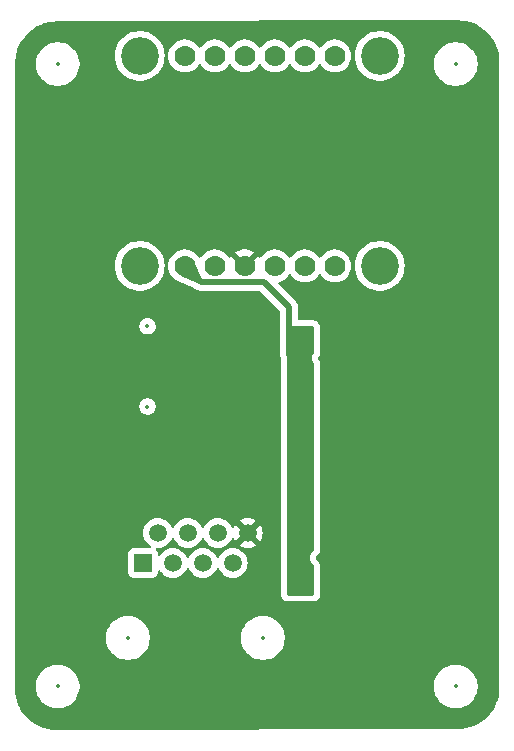
<source format=gbl>
%TF.GenerationSoftware,KiCad,Pcbnew,8.0.1-rc1*%
%TF.CreationDate,2024-12-17T18:19:33-05:00*%
%TF.ProjectId,BNO_BREAKOUT,424e4f5f-4252-4454-914b-4f55542e6b69,rev?*%
%TF.SameCoordinates,Original*%
%TF.FileFunction,Copper,L2,Bot*%
%TF.FilePolarity,Positive*%
%FSLAX46Y46*%
G04 Gerber Fmt 4.6, Leading zero omitted, Abs format (unit mm)*
G04 Created by KiCad (PCBNEW 8.0.1-rc1) date 2024-12-17 18:19:33*
%MOMM*%
%LPD*%
G01*
G04 APERTURE LIST*
%TA.AperFunction,ComponentPad*%
%ADD10R,1.500000X1.500000*%
%TD*%
%TA.AperFunction,ComponentPad*%
%ADD11C,1.500000*%
%TD*%
%TA.AperFunction,ComponentPad*%
%ADD12C,1.778000*%
%TD*%
%TA.AperFunction,ComponentPad*%
%ADD13C,3.200000*%
%TD*%
%TA.AperFunction,ViaPad*%
%ADD14C,0.600000*%
%TD*%
%TA.AperFunction,ViaPad*%
%ADD15C,0.500000*%
%TD*%
%TA.AperFunction,Conductor*%
%ADD16C,0.500000*%
%TD*%
%ADD17C,0.300000*%
%ADD18C,0.350000*%
G04 APERTURE END LIST*
D10*
%TO.P,Ethernet,1*%
%TO.N,/CAN+*%
X129110000Y-114040000D03*
D11*
%TO.P,Ethernet,2*%
%TO.N,/CAN-*%
X130380000Y-111500000D03*
%TO.P,Ethernet,3*%
%TO.N,/SCL+*%
X131650000Y-114040000D03*
%TO.P,Ethernet,4*%
%TO.N,/SCL-*%
X132920000Y-111500000D03*
%TO.P,Ethernet,5*%
%TO.N,/SDA+*%
X134190000Y-114040000D03*
%TO.P,Ethernet,6*%
%TO.N,/SDA-*%
X135460000Y-111500000D03*
%TO.P,Ethernet,7*%
%TO.N,/5V*%
X136730000Y-114040000D03*
%TO.P,Ethernet,8*%
%TO.N,GND*%
X138000000Y-111500000D03*
%TD*%
D12*
%TO.P,BNO,JP1_1,VIN*%
%TO.N,/3V3*%
X132650000Y-88890000D03*
%TO.P,BNO,JP1_2,3VO*%
%TO.N,Net-(SW1-A)*%
X135190000Y-88890000D03*
%TO.P,BNO,JP1_3,GND*%
%TO.N,GND*%
X137730000Y-88890000D03*
%TO.P,BNO,JP1_4,SCL*%
%TO.N,/SCL*%
X140270000Y-88890000D03*
%TO.P,BNO,JP1_5,SDA*%
%TO.N,/SDA*%
X142810000Y-88890000D03*
%TO.P,BNO,JP1_6,~{INT}*%
%TO.N,unconnected-(U1-~{INT}-PadJP1_6)*%
X145350000Y-88890000D03*
%TO.P,BNO,JP2_1,BT*%
%TO.N,unconnected-(U1-BT-PadJP2_1)*%
X132650000Y-71110000D03*
%TO.P,BNO,JP2_2,P0*%
%TO.N,unconnected-(U1-P0-PadJP2_2)*%
X135190000Y-71110000D03*
%TO.P,BNO,JP2_3,P1*%
%TO.N,unconnected-(U1-P1-PadJP2_3)*%
X137730000Y-71110000D03*
%TO.P,BNO,JP2_4,~{RST}*%
%TO.N,unconnected-(U1-~{RST}-PadJP2_4)*%
X140270000Y-71110000D03*
%TO.P,BNO,JP2_5,DI*%
%TO.N,Net-(SW1-B)*%
X142810000Y-71110000D03*
%TO.P,BNO,JP2_6,CS*%
%TO.N,unconnected-(U1-CS-PadJP2_6)*%
X145350000Y-71110000D03*
D13*
%TO.P,BNO,P1*%
%TO.N,N/C*%
X128840000Y-71110000D03*
%TO.P,BNO,P2*%
X149160000Y-71110000D03*
%TO.P,BNO,P3*%
X128840000Y-88890000D03*
%TO.P,BNO,P4*%
X149160000Y-88890000D03*
%TD*%
D14*
%TO.N,GND*%
X132737857Y-120920000D03*
X155597857Y-95520000D03*
X122577857Y-77740000D03*
D15*
X144000000Y-113600000D03*
D14*
X125117857Y-126000000D03*
X137817857Y-105680000D03*
X127657857Y-82820000D03*
X137817857Y-85360000D03*
X153057857Y-90440000D03*
X158137857Y-110760000D03*
X155597857Y-77740000D03*
X150517857Y-98060000D03*
X130197857Y-126000000D03*
X147977857Y-92980000D03*
X145437857Y-75200000D03*
X135277857Y-75200000D03*
X125117857Y-115840000D03*
X142897857Y-123460000D03*
X120037857Y-80280000D03*
X132737857Y-123460000D03*
X158137857Y-120920000D03*
X120037857Y-115840000D03*
X150517857Y-126000000D03*
X122577857Y-98060000D03*
X125117857Y-95520000D03*
X158137857Y-75200000D03*
X155597857Y-85360000D03*
X125117857Y-80280000D03*
X132737857Y-118380000D03*
X153057857Y-75200000D03*
X150517857Y-95520000D03*
X142897857Y-120920000D03*
D15*
X147200000Y-96700000D03*
D14*
X155597857Y-103140000D03*
X127657857Y-100600000D03*
X153057857Y-70120000D03*
X158137857Y-82820000D03*
X122577857Y-95520000D03*
X145437857Y-126000000D03*
X120037857Y-108220000D03*
X120037857Y-90440000D03*
X142897857Y-77740000D03*
X137817857Y-123460000D03*
X130197857Y-103140000D03*
X158137857Y-118380000D03*
X120037857Y-103140000D03*
X125117857Y-70120000D03*
X125117857Y-123460000D03*
X130197857Y-98060000D03*
X137817857Y-92980000D03*
X153057857Y-87900000D03*
X142897857Y-75200000D03*
X140357857Y-85360000D03*
X122577857Y-80280000D03*
D15*
X150000000Y-106800000D03*
D14*
X125117857Y-110760000D03*
X125117857Y-87900000D03*
D15*
X144200000Y-96700000D03*
D14*
X135277857Y-115840000D03*
D15*
X137400000Y-102500000D03*
D14*
X120037857Y-77740000D03*
X147977857Y-75200000D03*
X127657857Y-98060000D03*
X158137857Y-85360000D03*
X142897857Y-85360000D03*
X150517857Y-100600000D03*
X150517857Y-80280000D03*
X155597857Y-80280000D03*
X153057857Y-118380000D03*
X122577857Y-85360000D03*
X153057857Y-82820000D03*
X132737857Y-85360000D03*
X120037857Y-98060000D03*
X158137857Y-70120000D03*
D15*
X147300000Y-101700000D03*
D14*
X150517857Y-75200000D03*
X127657857Y-108220000D03*
X158137857Y-103140000D03*
X145437857Y-77740000D03*
X125117857Y-72660000D03*
X150517857Y-123460000D03*
X125117857Y-105680000D03*
X130197857Y-108220000D03*
X158137857Y-90440000D03*
X122577857Y-92980000D03*
X155597857Y-92980000D03*
X127657857Y-126000000D03*
X140357857Y-126000000D03*
X140357857Y-113300000D03*
X127657857Y-105680000D03*
X142897857Y-126000000D03*
X120037857Y-87900000D03*
X158137857Y-108220000D03*
X153057857Y-120920000D03*
X158137857Y-98060000D03*
X147977857Y-105680000D03*
X120037857Y-82820000D03*
X125117857Y-108220000D03*
X155597857Y-113300000D03*
X150517857Y-85360000D03*
X137817857Y-75200000D03*
X158137857Y-87900000D03*
X155597857Y-75200000D03*
X120037857Y-120920000D03*
X158137857Y-77740000D03*
X153057857Y-95520000D03*
X158137857Y-126000000D03*
X120037857Y-110760000D03*
X122577857Y-100600000D03*
X153057857Y-80280000D03*
X125117857Y-75200000D03*
X135277857Y-123460000D03*
X132737857Y-82820000D03*
X158137857Y-113300000D03*
X132737857Y-80280000D03*
X125117857Y-118380000D03*
X155597857Y-82820000D03*
X153057857Y-72660000D03*
X120037857Y-113300000D03*
D15*
X146700000Y-114100000D03*
D14*
X153057857Y-123460000D03*
D15*
X146700000Y-120400000D03*
D14*
X122577857Y-118380000D03*
D15*
X145000000Y-108500000D03*
D14*
X158137857Y-95520000D03*
X122577857Y-120920000D03*
X132737857Y-115840000D03*
X137817857Y-80280000D03*
X140357857Y-110760000D03*
X150517857Y-118380000D03*
X127657857Y-77740000D03*
X135277857Y-80280000D03*
X125117857Y-77740000D03*
X137817857Y-77740000D03*
X153057857Y-108220000D03*
X150517857Y-120920000D03*
X147977857Y-108220000D03*
X155597857Y-115840000D03*
X150517857Y-82820000D03*
X158137857Y-123460000D03*
X158137857Y-72660000D03*
X127657857Y-80280000D03*
X135277857Y-126000000D03*
X122577857Y-103140000D03*
X153057857Y-113300000D03*
X127657857Y-85360000D03*
X122577857Y-110760000D03*
X155597857Y-90440000D03*
D15*
X151500000Y-109400000D03*
D14*
X122577857Y-90440000D03*
X130197857Y-118380000D03*
X137817857Y-82820000D03*
X120037857Y-118380000D03*
X158137857Y-80280000D03*
X122577857Y-87900000D03*
X147977857Y-82820000D03*
X145437857Y-85360000D03*
X125117857Y-92980000D03*
X140357857Y-108220000D03*
X120037857Y-85360000D03*
X153057857Y-100600000D03*
X132737857Y-126000000D03*
X140357857Y-80280000D03*
D15*
X132300000Y-102600000D03*
D14*
X155597857Y-87900000D03*
D15*
X149000000Y-113300000D03*
D14*
X150517857Y-77740000D03*
D15*
X137200000Y-97050000D03*
D14*
X122577857Y-105680000D03*
D15*
X139800000Y-102500000D03*
D14*
X142897857Y-82820000D03*
X135277857Y-85360000D03*
X153057857Y-92980000D03*
X145437857Y-105680000D03*
X135277857Y-118380000D03*
X127657857Y-95520000D03*
D15*
X141600000Y-90600000D03*
D14*
X140357857Y-123460000D03*
X155597857Y-108220000D03*
X125117857Y-100600000D03*
X150517857Y-92980000D03*
X155597857Y-120920000D03*
X127657857Y-123460000D03*
X147977857Y-77740000D03*
D15*
X137900000Y-95400000D03*
D14*
X125117857Y-82820000D03*
X122577857Y-82820000D03*
X135277857Y-77740000D03*
X125117857Y-98060000D03*
X120037857Y-100600000D03*
X153057857Y-105680000D03*
X120037857Y-75200000D03*
X130197857Y-95520000D03*
X158137857Y-100600000D03*
X145437857Y-80280000D03*
X153057857Y-77740000D03*
X122577857Y-108220000D03*
X130197857Y-85360000D03*
X132737857Y-105680000D03*
X137817857Y-126000000D03*
X130197857Y-80280000D03*
X135277857Y-82820000D03*
X158137857Y-105680000D03*
X142897857Y-80280000D03*
X153057857Y-98060000D03*
X127657857Y-115840000D03*
X153057857Y-103140000D03*
X127657857Y-75200000D03*
X145437857Y-82820000D03*
X127657857Y-103140000D03*
X153057857Y-126000000D03*
X122577857Y-115840000D03*
X125117857Y-103140000D03*
X147977857Y-85360000D03*
X147977857Y-126000000D03*
X155597857Y-98060000D03*
X153057857Y-115840000D03*
X158137857Y-92980000D03*
X120037857Y-105680000D03*
X140357857Y-77740000D03*
X155597857Y-110760000D03*
X120037857Y-95520000D03*
X147977857Y-80280000D03*
X153057857Y-85360000D03*
X130197857Y-75200000D03*
X125117857Y-113300000D03*
X130197857Y-105680000D03*
X130197857Y-123460000D03*
X140357857Y-105680000D03*
X155597857Y-118380000D03*
X122577857Y-75200000D03*
X125117857Y-85360000D03*
X155597857Y-100600000D03*
X135277857Y-120920000D03*
X127657857Y-92980000D03*
X140357857Y-115840000D03*
X132737857Y-75200000D03*
X135277857Y-105680000D03*
X155597857Y-105680000D03*
X140357857Y-75200000D03*
X125117857Y-90440000D03*
X122577857Y-113300000D03*
X153057857Y-110760000D03*
X125117857Y-120920000D03*
X158137857Y-115840000D03*
X130197857Y-82820000D03*
X130197857Y-77740000D03*
X120037857Y-92980000D03*
D15*
X145700000Y-99000000D03*
D14*
X132737857Y-77740000D03*
X140357857Y-82820000D03*
X130197857Y-115840000D03*
X127657857Y-110760000D03*
D15*
%TO.N,/3V3*%
X142517857Y-113501751D03*
X142517857Y-115501751D03*
X142517857Y-112501751D03*
X141500000Y-96425000D03*
X141600000Y-104000000D03*
X142517857Y-111501751D03*
X142500000Y-109400000D03*
X142517857Y-114501751D03*
X142500000Y-110500000D03*
%TD*%
D16*
%TO.N,GND*%
X137200000Y-97050000D02*
X137200000Y-96100000D01*
X137200000Y-96100000D02*
X137900000Y-95400000D01*
%TO.N,/3V3*%
X133989000Y-90229000D02*
X139329000Y-90229000D01*
X139329000Y-90229000D02*
X141500000Y-92400000D01*
X141500000Y-92400000D02*
X141500000Y-96425000D01*
X132650000Y-88890000D02*
X133989000Y-90229000D01*
%TD*%
%TA.AperFunction,Conductor*%
%TO.N,GND*%
G36*
X155803226Y-68100658D02*
G01*
X156136931Y-68117052D01*
X156149037Y-68118245D01*
X156202066Y-68126111D01*
X156476699Y-68166849D01*
X156488617Y-68169219D01*
X156809951Y-68249709D01*
X156821588Y-68253240D01*
X156866255Y-68269222D01*
X157133467Y-68364832D01*
X157144688Y-68369479D01*
X157444163Y-68511120D01*
X157454871Y-68516844D01*
X157688055Y-68656609D01*
X157738988Y-68687137D01*
X157749106Y-68693897D01*
X158015170Y-68891224D01*
X158024576Y-68898944D01*
X158270013Y-69121395D01*
X158278604Y-69129986D01*
X158378894Y-69240639D01*
X158501055Y-69375423D01*
X158508775Y-69384829D01*
X158706102Y-69650893D01*
X158712862Y-69661011D01*
X158841776Y-69876092D01*
X158883148Y-69945116D01*
X158888883Y-69955844D01*
X159029725Y-70253630D01*
X159030514Y-70255297D01*
X159035170Y-70266540D01*
X159146759Y-70578411D01*
X159150292Y-70590055D01*
X159230777Y-70911369D01*
X159233151Y-70923305D01*
X159281754Y-71250962D01*
X159282947Y-71263071D01*
X159299351Y-71596966D01*
X159299500Y-71603051D01*
X159299500Y-124596948D01*
X159299351Y-124603033D01*
X159282947Y-124936928D01*
X159281754Y-124949037D01*
X159233151Y-125276694D01*
X159230777Y-125288630D01*
X159150292Y-125609944D01*
X159146759Y-125621588D01*
X159035170Y-125933459D01*
X159030514Y-125944702D01*
X158888885Y-126244151D01*
X158883148Y-126254883D01*
X158712862Y-126538988D01*
X158706102Y-126549106D01*
X158508775Y-126815170D01*
X158501055Y-126824576D01*
X158278611Y-127070006D01*
X158270006Y-127078611D01*
X158024576Y-127301055D01*
X158015170Y-127308775D01*
X157749106Y-127506102D01*
X157738988Y-127512862D01*
X157454883Y-127683148D01*
X157444151Y-127688885D01*
X157144702Y-127830514D01*
X157133459Y-127835170D01*
X156821588Y-127946759D01*
X156809944Y-127950292D01*
X156488630Y-128030777D01*
X156476694Y-128033151D01*
X156149037Y-128081754D01*
X156136928Y-128082947D01*
X155822208Y-128098408D01*
X155803024Y-128099351D01*
X155796942Y-128099500D01*
X155727963Y-128099500D01*
X155724692Y-128099718D01*
X121803201Y-128199487D01*
X121796752Y-128199339D01*
X121463071Y-128182947D01*
X121450960Y-128181754D01*
X121123304Y-128133151D01*
X121111369Y-128130777D01*
X120790055Y-128050292D01*
X120778411Y-128046759D01*
X120466540Y-127935170D01*
X120455301Y-127930515D01*
X120155844Y-127788883D01*
X120145121Y-127783150D01*
X119942498Y-127661703D01*
X119861011Y-127612862D01*
X119850893Y-127606102D01*
X119584829Y-127408775D01*
X119575423Y-127401055D01*
X119510642Y-127342341D01*
X119329986Y-127178604D01*
X119321395Y-127170013D01*
X119098944Y-126924576D01*
X119091224Y-126915170D01*
X118893897Y-126649106D01*
X118887137Y-126638988D01*
X118830334Y-126544218D01*
X118716844Y-126354871D01*
X118711120Y-126344163D01*
X118569479Y-126044688D01*
X118564829Y-126033459D01*
X118533071Y-125944702D01*
X118453240Y-125721588D01*
X118449707Y-125709944D01*
X118426138Y-125615851D01*
X118369219Y-125388617D01*
X118366848Y-125376694D01*
X118318245Y-125049037D01*
X118317052Y-125036927D01*
X118300649Y-124703032D01*
X118300500Y-124696948D01*
X118300500Y-124621288D01*
X120049500Y-124621288D01*
X120081161Y-124861785D01*
X120143947Y-125096104D01*
X120182009Y-125187993D01*
X120236776Y-125320212D01*
X120358064Y-125530289D01*
X120358066Y-125530292D01*
X120358067Y-125530293D01*
X120505733Y-125722736D01*
X120505739Y-125722743D01*
X120677256Y-125894260D01*
X120677262Y-125894265D01*
X120869711Y-126041936D01*
X121079788Y-126163224D01*
X121303900Y-126256054D01*
X121538211Y-126318838D01*
X121718586Y-126342584D01*
X121778711Y-126350500D01*
X121778712Y-126350500D01*
X122021289Y-126350500D01*
X122069514Y-126344151D01*
X122261789Y-126318838D01*
X122496100Y-126256054D01*
X122720212Y-126163224D01*
X122930289Y-126041936D01*
X123122738Y-125894265D01*
X123294265Y-125722738D01*
X123441936Y-125530289D01*
X123563224Y-125320212D01*
X123656054Y-125096100D01*
X123718838Y-124861789D01*
X123750500Y-124621288D01*
X153749500Y-124621288D01*
X153781161Y-124861785D01*
X153843947Y-125096104D01*
X153882009Y-125187993D01*
X153936776Y-125320212D01*
X154058064Y-125530289D01*
X154058066Y-125530292D01*
X154058067Y-125530293D01*
X154205733Y-125722736D01*
X154205739Y-125722743D01*
X154377256Y-125894260D01*
X154377262Y-125894265D01*
X154569711Y-126041936D01*
X154779788Y-126163224D01*
X155003900Y-126256054D01*
X155238211Y-126318838D01*
X155418586Y-126342584D01*
X155478711Y-126350500D01*
X155478712Y-126350500D01*
X155721289Y-126350500D01*
X155769514Y-126344151D01*
X155961789Y-126318838D01*
X156196100Y-126256054D01*
X156420212Y-126163224D01*
X156630289Y-126041936D01*
X156822738Y-125894265D01*
X156994265Y-125722738D01*
X157141936Y-125530289D01*
X157263224Y-125320212D01*
X157356054Y-125096100D01*
X157418838Y-124861789D01*
X157450500Y-124621288D01*
X157450500Y-124378712D01*
X157418838Y-124138211D01*
X157356054Y-123903900D01*
X157263224Y-123679788D01*
X157141936Y-123469711D01*
X156994265Y-123277262D01*
X156994260Y-123277256D01*
X156822743Y-123105739D01*
X156822736Y-123105733D01*
X156630293Y-122958067D01*
X156630292Y-122958066D01*
X156630289Y-122958064D01*
X156420212Y-122836776D01*
X156420205Y-122836773D01*
X156196104Y-122743947D01*
X155961785Y-122681161D01*
X155721289Y-122649500D01*
X155721288Y-122649500D01*
X155478712Y-122649500D01*
X155478711Y-122649500D01*
X155238214Y-122681161D01*
X155003895Y-122743947D01*
X154779794Y-122836773D01*
X154779785Y-122836777D01*
X154569706Y-122958067D01*
X154377263Y-123105733D01*
X154377256Y-123105739D01*
X154205739Y-123277256D01*
X154205733Y-123277263D01*
X154058067Y-123469706D01*
X153936777Y-123679785D01*
X153936773Y-123679794D01*
X153843947Y-123903895D01*
X153781161Y-124138214D01*
X153749500Y-124378711D01*
X153749500Y-124621288D01*
X123750500Y-124621288D01*
X123750500Y-124378712D01*
X123718838Y-124138211D01*
X123656054Y-123903900D01*
X123563224Y-123679788D01*
X123441936Y-123469711D01*
X123294265Y-123277262D01*
X123294260Y-123277256D01*
X123122743Y-123105739D01*
X123122736Y-123105733D01*
X122930293Y-122958067D01*
X122930292Y-122958066D01*
X122930289Y-122958064D01*
X122720212Y-122836776D01*
X122720205Y-122836773D01*
X122496104Y-122743947D01*
X122261785Y-122681161D01*
X122021289Y-122649500D01*
X122021288Y-122649500D01*
X121778712Y-122649500D01*
X121778711Y-122649500D01*
X121538214Y-122681161D01*
X121303895Y-122743947D01*
X121079794Y-122836773D01*
X121079785Y-122836777D01*
X120869706Y-122958067D01*
X120677263Y-123105733D01*
X120677256Y-123105739D01*
X120505739Y-123277256D01*
X120505733Y-123277263D01*
X120358067Y-123469706D01*
X120236777Y-123679785D01*
X120236773Y-123679794D01*
X120143947Y-123903895D01*
X120081161Y-124138214D01*
X120049500Y-124378711D01*
X120049500Y-124621288D01*
X118300500Y-124621288D01*
X118300500Y-120511288D01*
X125989500Y-120511288D01*
X126021161Y-120751785D01*
X126083947Y-120986104D01*
X126176773Y-121210205D01*
X126176776Y-121210212D01*
X126298064Y-121420289D01*
X126298066Y-121420292D01*
X126298067Y-121420293D01*
X126445733Y-121612736D01*
X126445739Y-121612743D01*
X126617256Y-121784260D01*
X126617262Y-121784265D01*
X126809711Y-121931936D01*
X127019788Y-122053224D01*
X127243900Y-122146054D01*
X127478211Y-122208838D01*
X127658586Y-122232584D01*
X127718711Y-122240500D01*
X127718712Y-122240500D01*
X127961289Y-122240500D01*
X128009388Y-122234167D01*
X128201789Y-122208838D01*
X128436100Y-122146054D01*
X128660212Y-122053224D01*
X128870289Y-121931936D01*
X129062738Y-121784265D01*
X129234265Y-121612738D01*
X129381936Y-121420289D01*
X129503224Y-121210212D01*
X129596054Y-120986100D01*
X129658838Y-120751789D01*
X129690500Y-120511288D01*
X137419500Y-120511288D01*
X137451161Y-120751785D01*
X137513947Y-120986104D01*
X137606773Y-121210205D01*
X137606776Y-121210212D01*
X137728064Y-121420289D01*
X137728066Y-121420292D01*
X137728067Y-121420293D01*
X137875733Y-121612736D01*
X137875739Y-121612743D01*
X138047256Y-121784260D01*
X138047262Y-121784265D01*
X138239711Y-121931936D01*
X138449788Y-122053224D01*
X138673900Y-122146054D01*
X138908211Y-122208838D01*
X139088586Y-122232584D01*
X139148711Y-122240500D01*
X139148712Y-122240500D01*
X139391289Y-122240500D01*
X139439388Y-122234167D01*
X139631789Y-122208838D01*
X139866100Y-122146054D01*
X140090212Y-122053224D01*
X140300289Y-121931936D01*
X140492738Y-121784265D01*
X140664265Y-121612738D01*
X140811936Y-121420289D01*
X140933224Y-121210212D01*
X141026054Y-120986100D01*
X141088838Y-120751789D01*
X141120500Y-120511288D01*
X141120500Y-120268712D01*
X141088838Y-120028211D01*
X141026054Y-119793900D01*
X140933224Y-119569788D01*
X140811936Y-119359711D01*
X140664265Y-119167262D01*
X140664260Y-119167256D01*
X140492743Y-118995739D01*
X140492736Y-118995733D01*
X140300293Y-118848067D01*
X140300292Y-118848066D01*
X140300289Y-118848064D01*
X140090212Y-118726776D01*
X140090205Y-118726773D01*
X139866104Y-118633947D01*
X139631785Y-118571161D01*
X139391289Y-118539500D01*
X139391288Y-118539500D01*
X139148712Y-118539500D01*
X139148711Y-118539500D01*
X138908214Y-118571161D01*
X138673895Y-118633947D01*
X138449794Y-118726773D01*
X138449785Y-118726777D01*
X138239706Y-118848067D01*
X138047263Y-118995733D01*
X138047256Y-118995739D01*
X137875739Y-119167256D01*
X137875733Y-119167263D01*
X137728067Y-119359706D01*
X137606777Y-119569785D01*
X137606773Y-119569794D01*
X137513947Y-119793895D01*
X137451161Y-120028214D01*
X137419500Y-120268711D01*
X137419500Y-120511288D01*
X129690500Y-120511288D01*
X129690500Y-120268712D01*
X129658838Y-120028211D01*
X129596054Y-119793900D01*
X129503224Y-119569788D01*
X129381936Y-119359711D01*
X129234265Y-119167262D01*
X129234260Y-119167256D01*
X129062743Y-118995739D01*
X129062736Y-118995733D01*
X128870293Y-118848067D01*
X128870292Y-118848066D01*
X128870289Y-118848064D01*
X128660212Y-118726776D01*
X128660205Y-118726773D01*
X128436104Y-118633947D01*
X128201785Y-118571161D01*
X127961289Y-118539500D01*
X127961288Y-118539500D01*
X127718712Y-118539500D01*
X127718711Y-118539500D01*
X127478214Y-118571161D01*
X127243895Y-118633947D01*
X127019794Y-118726773D01*
X127019785Y-118726777D01*
X126809706Y-118848067D01*
X126617263Y-118995733D01*
X126617256Y-118995739D01*
X126445739Y-119167256D01*
X126445733Y-119167263D01*
X126298067Y-119359706D01*
X126176777Y-119569785D01*
X126176773Y-119569794D01*
X126083947Y-119793895D01*
X126021161Y-120028214D01*
X125989500Y-120268711D01*
X125989500Y-120511288D01*
X118300500Y-120511288D01*
X118300500Y-114837870D01*
X127859500Y-114837870D01*
X127859501Y-114837876D01*
X127865908Y-114897483D01*
X127916202Y-115032328D01*
X127916206Y-115032335D01*
X128002452Y-115147544D01*
X128002455Y-115147547D01*
X128117664Y-115233793D01*
X128117671Y-115233797D01*
X128252517Y-115284091D01*
X128252516Y-115284091D01*
X128259444Y-115284835D01*
X128312127Y-115290500D01*
X129907872Y-115290499D01*
X129967483Y-115284091D01*
X130102331Y-115233796D01*
X130217546Y-115147546D01*
X130303796Y-115032331D01*
X130354091Y-114897483D01*
X130360500Y-114837873D01*
X130360499Y-114771860D01*
X130380183Y-114704824D01*
X130432986Y-114659068D01*
X130502144Y-114649124D01*
X130565700Y-114678148D01*
X130586073Y-114700738D01*
X130635877Y-114771864D01*
X130688402Y-114846877D01*
X130843123Y-115001598D01*
X131022361Y-115127102D01*
X131220670Y-115219575D01*
X131432023Y-115276207D01*
X131614926Y-115292208D01*
X131649998Y-115295277D01*
X131650000Y-115295277D01*
X131650002Y-115295277D01*
X131678254Y-115292805D01*
X131867977Y-115276207D01*
X132079330Y-115219575D01*
X132277639Y-115127102D01*
X132456877Y-115001598D01*
X132611598Y-114846877D01*
X132737102Y-114667639D01*
X132807618Y-114516414D01*
X132853790Y-114463977D01*
X132920984Y-114444825D01*
X132987865Y-114465041D01*
X133032381Y-114516414D01*
X133102898Y-114667639D01*
X133228402Y-114846877D01*
X133383123Y-115001598D01*
X133562361Y-115127102D01*
X133760670Y-115219575D01*
X133972023Y-115276207D01*
X134154926Y-115292208D01*
X134189998Y-115295277D01*
X134190000Y-115295277D01*
X134190002Y-115295277D01*
X134218254Y-115292805D01*
X134407977Y-115276207D01*
X134619330Y-115219575D01*
X134817639Y-115127102D01*
X134996877Y-115001598D01*
X135151598Y-114846877D01*
X135277102Y-114667639D01*
X135347618Y-114516414D01*
X135393790Y-114463977D01*
X135460984Y-114444825D01*
X135527865Y-114465041D01*
X135572381Y-114516414D01*
X135642898Y-114667639D01*
X135768402Y-114846877D01*
X135923123Y-115001598D01*
X136102361Y-115127102D01*
X136300670Y-115219575D01*
X136512023Y-115276207D01*
X136694926Y-115292208D01*
X136729998Y-115295277D01*
X136730000Y-115295277D01*
X136730002Y-115295277D01*
X136758254Y-115292805D01*
X136947977Y-115276207D01*
X137159330Y-115219575D01*
X137357639Y-115127102D01*
X137536877Y-115001598D01*
X137691598Y-114846877D01*
X137817102Y-114667639D01*
X137909575Y-114469330D01*
X137966207Y-114257977D01*
X137985277Y-114040000D01*
X137966207Y-113822023D01*
X137909575Y-113610670D01*
X137817102Y-113412362D01*
X137817100Y-113412359D01*
X137817099Y-113412357D01*
X137691599Y-113233124D01*
X137640991Y-113182516D01*
X137536877Y-113078402D01*
X137357639Y-112952898D01*
X137357640Y-112952898D01*
X137357638Y-112952897D01*
X137210307Y-112884196D01*
X137159330Y-112860425D01*
X137159326Y-112860424D01*
X137159322Y-112860422D01*
X136947977Y-112803793D01*
X136730002Y-112784723D01*
X136729998Y-112784723D01*
X136602151Y-112795908D01*
X136512023Y-112803793D01*
X136512020Y-112803793D01*
X136300677Y-112860422D01*
X136300668Y-112860426D01*
X136102361Y-112952898D01*
X136102357Y-112952900D01*
X135923121Y-113078402D01*
X135768402Y-113233121D01*
X135642900Y-113412357D01*
X135642898Y-113412361D01*
X135572382Y-113563583D01*
X135526209Y-113616022D01*
X135459016Y-113635174D01*
X135392135Y-113614958D01*
X135347618Y-113563583D01*
X135314714Y-113493021D01*
X135277102Y-113412362D01*
X135277100Y-113412359D01*
X135277099Y-113412357D01*
X135151599Y-113233124D01*
X135100991Y-113182516D01*
X134996877Y-113078402D01*
X134817639Y-112952898D01*
X134817640Y-112952898D01*
X134817638Y-112952897D01*
X134670307Y-112884196D01*
X134619330Y-112860425D01*
X134619326Y-112860424D01*
X134619322Y-112860422D01*
X134407977Y-112803793D01*
X134190002Y-112784723D01*
X134189998Y-112784723D01*
X134062151Y-112795908D01*
X133972023Y-112803793D01*
X133972020Y-112803793D01*
X133760677Y-112860422D01*
X133760668Y-112860426D01*
X133562361Y-112952898D01*
X133562357Y-112952900D01*
X133383121Y-113078402D01*
X133228402Y-113233121D01*
X133102900Y-113412357D01*
X133102898Y-113412361D01*
X133032382Y-113563583D01*
X132986209Y-113616022D01*
X132919016Y-113635174D01*
X132852135Y-113614958D01*
X132807618Y-113563583D01*
X132774714Y-113493021D01*
X132737102Y-113412362D01*
X132737100Y-113412359D01*
X132737099Y-113412357D01*
X132611599Y-113233124D01*
X132560991Y-113182516D01*
X132456877Y-113078402D01*
X132277639Y-112952898D01*
X132277640Y-112952898D01*
X132277638Y-112952897D01*
X132130307Y-112884196D01*
X132079330Y-112860425D01*
X132079326Y-112860424D01*
X132079322Y-112860422D01*
X131867977Y-112803793D01*
X131650002Y-112784723D01*
X131649998Y-112784723D01*
X131522151Y-112795908D01*
X131432023Y-112803793D01*
X131432020Y-112803793D01*
X131220677Y-112860422D01*
X131220668Y-112860426D01*
X131022361Y-112952898D01*
X131022357Y-112952900D01*
X130843121Y-113078402D01*
X130688402Y-113233121D01*
X130586074Y-113379262D01*
X130531497Y-113422887D01*
X130461999Y-113430081D01*
X130399644Y-113398558D01*
X130364230Y-113338328D01*
X130360499Y-113308139D01*
X130360499Y-113242129D01*
X130360498Y-113242123D01*
X130360497Y-113242116D01*
X130354091Y-113182517D01*
X130303796Y-113047669D01*
X130303795Y-113047668D01*
X130303793Y-113047664D01*
X130230427Y-112949660D01*
X130206009Y-112884196D01*
X130220860Y-112815923D01*
X130270265Y-112766517D01*
X130338538Y-112751665D01*
X130340453Y-112751817D01*
X130380000Y-112755277D01*
X130380002Y-112755277D01*
X130421286Y-112751665D01*
X130597977Y-112736207D01*
X130809330Y-112679575D01*
X131007639Y-112587102D01*
X131186877Y-112461598D01*
X131341598Y-112306877D01*
X131467102Y-112127639D01*
X131537618Y-111976414D01*
X131583790Y-111923977D01*
X131650984Y-111904825D01*
X131717865Y-111925041D01*
X131762381Y-111976414D01*
X131832898Y-112127639D01*
X131958402Y-112306877D01*
X132113123Y-112461598D01*
X132292361Y-112587102D01*
X132490670Y-112679575D01*
X132702023Y-112736207D01*
X132878714Y-112751665D01*
X132919998Y-112755277D01*
X132920000Y-112755277D01*
X132920002Y-112755277D01*
X132961286Y-112751665D01*
X133137977Y-112736207D01*
X133349330Y-112679575D01*
X133547639Y-112587102D01*
X133726877Y-112461598D01*
X133881598Y-112306877D01*
X134007102Y-112127639D01*
X134077618Y-111976414D01*
X134123790Y-111923977D01*
X134190984Y-111904825D01*
X134257865Y-111925041D01*
X134302381Y-111976414D01*
X134372898Y-112127639D01*
X134498402Y-112306877D01*
X134653123Y-112461598D01*
X134832361Y-112587102D01*
X135030670Y-112679575D01*
X135242023Y-112736207D01*
X135418714Y-112751665D01*
X135459998Y-112755277D01*
X135460000Y-112755277D01*
X135460002Y-112755277D01*
X135501286Y-112751665D01*
X135677977Y-112736207D01*
X135889330Y-112679575D01*
X136087639Y-112587102D01*
X136266877Y-112461598D01*
X136421598Y-112306877D01*
X136547102Y-112127639D01*
X136617895Y-111975822D01*
X136664066Y-111923385D01*
X136731260Y-111904233D01*
X136798141Y-111924449D01*
X136842658Y-111975824D01*
X136913333Y-112127387D01*
X136956874Y-112189571D01*
X137620000Y-111526445D01*
X137620000Y-111550028D01*
X137645896Y-111646675D01*
X137695924Y-111733325D01*
X137766675Y-111804076D01*
X137853325Y-111854104D01*
X137949972Y-111880000D01*
X137973553Y-111880000D01*
X137310427Y-112543124D01*
X137372612Y-112586666D01*
X137570840Y-112679101D01*
X137570849Y-112679105D01*
X137782105Y-112735710D01*
X137782115Y-112735712D01*
X137999999Y-112754775D01*
X138000001Y-112754775D01*
X138217884Y-112735712D01*
X138217894Y-112735710D01*
X138429150Y-112679105D01*
X138429164Y-112679100D01*
X138627383Y-112586669D01*
X138627385Y-112586668D01*
X138689571Y-112543124D01*
X138026448Y-111880000D01*
X138050028Y-111880000D01*
X138146675Y-111854104D01*
X138233325Y-111804076D01*
X138304076Y-111733325D01*
X138354104Y-111646675D01*
X138380000Y-111550028D01*
X138380000Y-111526446D01*
X139043124Y-112189570D01*
X139086668Y-112127385D01*
X139086669Y-112127383D01*
X139179100Y-111929164D01*
X139179105Y-111929150D01*
X139235710Y-111717894D01*
X139235712Y-111717884D01*
X139254775Y-111500000D01*
X139254775Y-111499999D01*
X139235712Y-111282115D01*
X139235710Y-111282105D01*
X139179105Y-111070849D01*
X139179101Y-111070840D01*
X139086667Y-110872614D01*
X139086666Y-110872612D01*
X139043124Y-110810428D01*
X139043124Y-110810427D01*
X138380000Y-111473551D01*
X138380000Y-111449972D01*
X138354104Y-111353325D01*
X138304076Y-111266675D01*
X138233325Y-111195924D01*
X138146675Y-111145896D01*
X138050028Y-111120000D01*
X138026447Y-111120000D01*
X138689571Y-110456874D01*
X138627387Y-110413333D01*
X138429159Y-110320898D01*
X138429150Y-110320894D01*
X138217894Y-110264289D01*
X138217884Y-110264287D01*
X138000001Y-110245225D01*
X137999999Y-110245225D01*
X137782115Y-110264287D01*
X137782105Y-110264289D01*
X137570849Y-110320894D01*
X137570840Y-110320898D01*
X137372613Y-110413333D01*
X137310428Y-110456874D01*
X137973554Y-111120000D01*
X137949972Y-111120000D01*
X137853325Y-111145896D01*
X137766675Y-111195924D01*
X137695924Y-111266675D01*
X137645896Y-111353325D01*
X137620000Y-111449972D01*
X137620000Y-111473554D01*
X136956874Y-110810428D01*
X136913333Y-110872613D01*
X136842658Y-111024175D01*
X136796485Y-111076614D01*
X136729292Y-111095766D01*
X136662411Y-111075550D01*
X136617894Y-111024175D01*
X136608402Y-111003820D01*
X136547102Y-110872362D01*
X136547100Y-110872359D01*
X136547099Y-110872357D01*
X136421599Y-110693124D01*
X136421596Y-110693121D01*
X136266877Y-110538402D01*
X136128978Y-110441844D01*
X136087638Y-110412897D01*
X135988484Y-110366661D01*
X135889330Y-110320425D01*
X135889326Y-110320424D01*
X135889322Y-110320422D01*
X135677977Y-110263793D01*
X135460002Y-110244723D01*
X135459998Y-110244723D01*
X135314682Y-110257436D01*
X135242023Y-110263793D01*
X135242020Y-110263793D01*
X135030677Y-110320422D01*
X135030668Y-110320426D01*
X134832361Y-110412898D01*
X134832357Y-110412900D01*
X134653121Y-110538402D01*
X134498402Y-110693121D01*
X134372900Y-110872357D01*
X134372898Y-110872361D01*
X134302382Y-111023583D01*
X134256209Y-111076022D01*
X134189016Y-111095174D01*
X134122135Y-111074958D01*
X134077618Y-111023583D01*
X134063118Y-110992488D01*
X134007102Y-110872362D01*
X134007100Y-110872359D01*
X134007099Y-110872357D01*
X133881599Y-110693124D01*
X133881596Y-110693121D01*
X133726877Y-110538402D01*
X133588978Y-110441844D01*
X133547638Y-110412897D01*
X133448484Y-110366661D01*
X133349330Y-110320425D01*
X133349326Y-110320424D01*
X133349322Y-110320422D01*
X133137977Y-110263793D01*
X132920002Y-110244723D01*
X132919998Y-110244723D01*
X132774682Y-110257436D01*
X132702023Y-110263793D01*
X132702020Y-110263793D01*
X132490677Y-110320422D01*
X132490668Y-110320426D01*
X132292361Y-110412898D01*
X132292357Y-110412900D01*
X132113121Y-110538402D01*
X131958402Y-110693121D01*
X131832900Y-110872357D01*
X131832898Y-110872361D01*
X131762382Y-111023583D01*
X131716209Y-111076022D01*
X131649016Y-111095174D01*
X131582135Y-111074958D01*
X131537618Y-111023583D01*
X131523118Y-110992488D01*
X131467102Y-110872362D01*
X131467100Y-110872359D01*
X131467099Y-110872357D01*
X131341599Y-110693124D01*
X131341596Y-110693121D01*
X131186877Y-110538402D01*
X131048978Y-110441844D01*
X131007638Y-110412897D01*
X130908484Y-110366661D01*
X130809330Y-110320425D01*
X130809326Y-110320424D01*
X130809322Y-110320422D01*
X130597977Y-110263793D01*
X130380002Y-110244723D01*
X130379998Y-110244723D01*
X130234682Y-110257436D01*
X130162023Y-110263793D01*
X130162020Y-110263793D01*
X129950677Y-110320422D01*
X129950668Y-110320426D01*
X129752361Y-110412898D01*
X129752357Y-110412900D01*
X129573121Y-110538402D01*
X129418402Y-110693121D01*
X129292900Y-110872357D01*
X129292898Y-110872361D01*
X129200426Y-111070668D01*
X129200422Y-111070677D01*
X129143793Y-111282020D01*
X129143793Y-111282024D01*
X129124723Y-111499997D01*
X129124723Y-111500002D01*
X129143793Y-111717975D01*
X129143793Y-111717979D01*
X129200422Y-111929322D01*
X129200424Y-111929326D01*
X129200425Y-111929330D01*
X129222106Y-111975824D01*
X129292897Y-112127638D01*
X129292898Y-112127639D01*
X129418402Y-112306877D01*
X129418406Y-112306881D01*
X129573122Y-112461597D01*
X129719261Y-112563926D01*
X129762886Y-112618503D01*
X129770078Y-112688001D01*
X129738556Y-112750356D01*
X129678325Y-112785769D01*
X129648137Y-112789500D01*
X128312129Y-112789500D01*
X128312123Y-112789501D01*
X128252516Y-112795908D01*
X128117671Y-112846202D01*
X128117664Y-112846206D01*
X128002455Y-112932452D01*
X128002452Y-112932455D01*
X127916206Y-113047664D01*
X127916202Y-113047671D01*
X127865908Y-113182517D01*
X127859501Y-113242116D01*
X127859501Y-113242123D01*
X127859500Y-113242135D01*
X127859500Y-114837870D01*
X118300500Y-114837870D01*
X118300500Y-100868995D01*
X128799499Y-100868995D01*
X128826418Y-101004322D01*
X128826421Y-101004332D01*
X128879221Y-101131804D01*
X128879228Y-101131817D01*
X128955885Y-101246541D01*
X128955888Y-101246545D01*
X129053454Y-101344111D01*
X129053458Y-101344114D01*
X129168182Y-101420771D01*
X129168195Y-101420778D01*
X129295667Y-101473578D01*
X129295672Y-101473580D01*
X129295676Y-101473580D01*
X129295677Y-101473581D01*
X129431004Y-101500500D01*
X129431007Y-101500500D01*
X129568995Y-101500500D01*
X129660041Y-101482389D01*
X129704328Y-101473580D01*
X129831811Y-101420775D01*
X129946542Y-101344114D01*
X130044114Y-101246542D01*
X130120775Y-101131811D01*
X130173580Y-101004328D01*
X130200500Y-100868993D01*
X130200500Y-100731007D01*
X130200500Y-100731004D01*
X130173581Y-100595677D01*
X130173580Y-100595676D01*
X130173580Y-100595672D01*
X130173578Y-100595667D01*
X130120778Y-100468195D01*
X130120771Y-100468182D01*
X130044114Y-100353458D01*
X130044111Y-100353454D01*
X129946545Y-100255888D01*
X129946541Y-100255885D01*
X129831817Y-100179228D01*
X129831804Y-100179221D01*
X129704332Y-100126421D01*
X129704322Y-100126418D01*
X129568995Y-100099500D01*
X129568993Y-100099500D01*
X129431007Y-100099500D01*
X129431005Y-100099500D01*
X129295677Y-100126418D01*
X129295667Y-100126421D01*
X129168195Y-100179221D01*
X129168182Y-100179228D01*
X129053458Y-100255885D01*
X129053454Y-100255888D01*
X128955888Y-100353454D01*
X128955885Y-100353458D01*
X128879228Y-100468182D01*
X128879221Y-100468195D01*
X128826421Y-100595667D01*
X128826418Y-100595677D01*
X128799500Y-100731004D01*
X128799500Y-100731007D01*
X128799500Y-100868993D01*
X128799500Y-100868995D01*
X128799499Y-100868995D01*
X118300500Y-100868995D01*
X118300500Y-94068995D01*
X128799499Y-94068995D01*
X128826418Y-94204322D01*
X128826421Y-94204332D01*
X128879221Y-94331804D01*
X128879228Y-94331817D01*
X128955885Y-94446541D01*
X128955888Y-94446545D01*
X129053454Y-94544111D01*
X129053458Y-94544114D01*
X129168182Y-94620771D01*
X129168195Y-94620778D01*
X129295667Y-94673578D01*
X129295672Y-94673580D01*
X129295676Y-94673580D01*
X129295677Y-94673581D01*
X129431004Y-94700500D01*
X129431007Y-94700500D01*
X129568995Y-94700500D01*
X129660041Y-94682389D01*
X129704328Y-94673580D01*
X129831811Y-94620775D01*
X129946542Y-94544114D01*
X130044114Y-94446542D01*
X130120775Y-94331811D01*
X130173580Y-94204328D01*
X130182389Y-94160041D01*
X130200500Y-94068995D01*
X130200500Y-93931004D01*
X130173581Y-93795677D01*
X130173580Y-93795676D01*
X130173580Y-93795672D01*
X130151126Y-93741462D01*
X130120778Y-93668195D01*
X130120771Y-93668182D01*
X130044114Y-93553458D01*
X130044111Y-93553454D01*
X129946545Y-93455888D01*
X129946541Y-93455885D01*
X129831817Y-93379228D01*
X129831804Y-93379221D01*
X129704332Y-93326421D01*
X129704322Y-93326418D01*
X129568995Y-93299500D01*
X129568993Y-93299500D01*
X129431007Y-93299500D01*
X129431005Y-93299500D01*
X129295677Y-93326418D01*
X129295667Y-93326421D01*
X129168195Y-93379221D01*
X129168182Y-93379228D01*
X129053458Y-93455885D01*
X129053454Y-93455888D01*
X128955888Y-93553454D01*
X128955885Y-93553458D01*
X128879228Y-93668182D01*
X128879221Y-93668195D01*
X128826421Y-93795667D01*
X128826418Y-93795677D01*
X128799500Y-93931004D01*
X128799500Y-93931007D01*
X128799500Y-94068993D01*
X128799500Y-94068995D01*
X128799499Y-94068995D01*
X118300500Y-94068995D01*
X118300500Y-88890000D01*
X126734592Y-88890000D01*
X126754201Y-89176680D01*
X126754201Y-89176684D01*
X126754202Y-89176686D01*
X126756835Y-89189357D01*
X126812666Y-89458034D01*
X126812667Y-89458037D01*
X126908894Y-89728793D01*
X126908893Y-89728793D01*
X127041098Y-89983935D01*
X127206812Y-90218700D01*
X127263596Y-90279500D01*
X127402947Y-90428708D01*
X127625853Y-90610055D01*
X127871382Y-90759365D01*
X128058237Y-90840526D01*
X128134942Y-90873844D01*
X128411642Y-90951371D01*
X128661920Y-90985771D01*
X128696321Y-90990500D01*
X128696322Y-90990500D01*
X128983679Y-90990500D01*
X129014370Y-90986281D01*
X129268358Y-90951371D01*
X129545058Y-90873844D01*
X129658015Y-90824779D01*
X129808617Y-90759365D01*
X129808620Y-90759363D01*
X129808625Y-90759361D01*
X130054147Y-90610055D01*
X130277053Y-90428708D01*
X130473189Y-90218698D01*
X130638901Y-89983936D01*
X130771104Y-89728797D01*
X130867334Y-89458032D01*
X130925798Y-89176686D01*
X130945408Y-88890005D01*
X131255738Y-88890005D01*
X131274753Y-89119484D01*
X131331282Y-89342714D01*
X131423782Y-89553594D01*
X131549728Y-89746370D01*
X131549731Y-89746373D01*
X131705692Y-89915792D01*
X131887411Y-90057229D01*
X132089931Y-90166828D01*
X132096715Y-90169156D01*
X132116121Y-90178300D01*
X132116263Y-90178027D01*
X132120184Y-90180061D01*
X132120190Y-90180065D01*
X133432071Y-90745833D01*
X133470646Y-90772014D01*
X133510586Y-90811954D01*
X133540058Y-90831645D01*
X133584270Y-90861186D01*
X133633505Y-90894084D01*
X133633506Y-90894084D01*
X133633507Y-90894085D01*
X133633509Y-90894086D01*
X133770082Y-90950656D01*
X133770087Y-90950658D01*
X133770091Y-90950658D01*
X133770092Y-90950659D01*
X133915079Y-90979500D01*
X133915082Y-90979500D01*
X133915083Y-90979500D01*
X134062917Y-90979500D01*
X138966770Y-90979500D01*
X139033809Y-90999185D01*
X139054451Y-91015819D01*
X140713181Y-92674548D01*
X140746666Y-92735871D01*
X140749500Y-92762229D01*
X140749500Y-96375890D01*
X140748720Y-96389774D01*
X140744751Y-96424997D01*
X140744751Y-96425000D01*
X140748720Y-96460223D01*
X140749500Y-96474108D01*
X140749500Y-96498916D01*
X140756739Y-96535312D01*
X140758341Y-96545616D01*
X140763687Y-96593059D01*
X140771330Y-96614902D01*
X140775904Y-96631659D01*
X140778342Y-96643913D01*
X140784602Y-96659026D01*
X140785061Y-96660133D01*
X140794500Y-96707587D01*
X140794500Y-116676000D01*
X140794501Y-116676009D01*
X140806052Y-116783450D01*
X140806054Y-116783462D01*
X140817260Y-116834972D01*
X140851383Y-116937497D01*
X140851386Y-116937503D01*
X140929171Y-117058537D01*
X140929179Y-117058548D01*
X140974923Y-117111340D01*
X140974926Y-117111343D01*
X140974930Y-117111347D01*
X141083664Y-117205567D01*
X141083667Y-117205568D01*
X141083668Y-117205569D01*
X141177925Y-117248616D01*
X141214541Y-117265338D01*
X141281580Y-117285023D01*
X141281584Y-117285024D01*
X141424000Y-117305500D01*
X141424003Y-117305500D01*
X143475990Y-117305500D01*
X143476000Y-117305500D01*
X143583456Y-117293947D01*
X143634967Y-117282741D01*
X143669197Y-117271347D01*
X143737497Y-117248616D01*
X143737501Y-117248613D01*
X143737504Y-117248613D01*
X143858543Y-117170825D01*
X143911347Y-117125070D01*
X144005567Y-117016336D01*
X144065338Y-116885459D01*
X144085023Y-116818420D01*
X144085024Y-116818416D01*
X144105500Y-116676000D01*
X144105500Y-114303552D01*
X144093392Y-114193576D01*
X144081654Y-114140915D01*
X144045912Y-114036213D01*
X143966893Y-113915974D01*
X143920602Y-113863641D01*
X143901689Y-113847588D01*
X143894250Y-113840733D01*
X143875537Y-113822020D01*
X143817115Y-113763598D01*
X143799810Y-113741899D01*
X143785297Y-113718802D01*
X143773251Y-113693788D01*
X143764243Y-113668044D01*
X143758065Y-113640973D01*
X143755013Y-113613884D01*
X143755012Y-113586123D01*
X143757551Y-113563583D01*
X143758065Y-113559017D01*
X143764241Y-113531957D01*
X143773255Y-113506196D01*
X143785297Y-113481193D01*
X143799801Y-113458110D01*
X143817111Y-113436406D01*
X143869469Y-113384047D01*
X143880081Y-113374587D01*
X143897601Y-113360689D01*
X143935940Y-113322737D01*
X144005567Y-113236783D01*
X144065338Y-113105906D01*
X144085023Y-113038867D01*
X144085024Y-113038863D01*
X144105500Y-112896447D01*
X144105500Y-97191458D01*
X144085743Y-97051514D01*
X144066736Y-96985541D01*
X144009010Y-96856539D01*
X144009005Y-96856531D01*
X144009002Y-96856525D01*
X143985297Y-96818800D01*
X143973251Y-96793788D01*
X143964241Y-96768041D01*
X143958066Y-96740987D01*
X143955012Y-96713873D01*
X143955012Y-96686126D01*
X143958066Y-96659014D01*
X143964241Y-96631957D01*
X143973253Y-96606203D01*
X143985301Y-96581189D01*
X144009012Y-96543455D01*
X144066738Y-96414451D01*
X144085744Y-96348479D01*
X144105500Y-96208540D01*
X144105500Y-94124000D01*
X144093947Y-94016544D01*
X144082741Y-93965033D01*
X144071415Y-93931004D01*
X144048616Y-93862502D01*
X144048613Y-93862496D01*
X143970825Y-93741457D01*
X143970820Y-93741451D01*
X143925076Y-93688659D01*
X143925072Y-93688656D01*
X143925070Y-93688653D01*
X143816336Y-93594433D01*
X143816333Y-93594431D01*
X143816331Y-93594430D01*
X143685465Y-93534664D01*
X143685460Y-93534662D01*
X143685459Y-93534662D01*
X143618420Y-93514977D01*
X143618422Y-93514977D01*
X143618417Y-93514976D01*
X143570944Y-93508150D01*
X143476000Y-93494500D01*
X143475998Y-93494500D01*
X142374500Y-93494500D01*
X142307461Y-93474815D01*
X142261706Y-93422011D01*
X142250500Y-93370500D01*
X142250500Y-92326081D01*
X142244763Y-92297242D01*
X142244763Y-92297240D01*
X142221660Y-92181095D01*
X142221659Y-92181088D01*
X142167408Y-92050117D01*
X142165764Y-92045522D01*
X142082954Y-91921588D01*
X142082953Y-91921587D01*
X142082951Y-91921584D01*
X141978416Y-91817049D01*
X140596919Y-90435552D01*
X140563434Y-90374229D01*
X140568418Y-90304537D01*
X140610290Y-90248604D01*
X140644337Y-90230590D01*
X140690927Y-90214595D01*
X140830069Y-90166828D01*
X141032589Y-90057229D01*
X141214308Y-89915792D01*
X141370269Y-89746373D01*
X141436191Y-89645472D01*
X141489337Y-89600115D01*
X141558569Y-89590691D01*
X141621905Y-89620193D01*
X141643809Y-89645472D01*
X141709728Y-89746370D01*
X141709731Y-89746373D01*
X141865692Y-89915792D01*
X142047411Y-90057229D01*
X142249931Y-90166828D01*
X142363025Y-90205653D01*
X142467725Y-90241597D01*
X142467727Y-90241597D01*
X142467729Y-90241598D01*
X142694863Y-90279500D01*
X142694864Y-90279500D01*
X142925136Y-90279500D01*
X142925137Y-90279500D01*
X143152271Y-90241598D01*
X143370069Y-90166828D01*
X143572589Y-90057229D01*
X143754308Y-89915792D01*
X143910269Y-89746373D01*
X143976191Y-89645472D01*
X144029337Y-89600115D01*
X144098569Y-89590691D01*
X144161905Y-89620193D01*
X144183809Y-89645472D01*
X144249728Y-89746370D01*
X144249731Y-89746373D01*
X144405692Y-89915792D01*
X144587411Y-90057229D01*
X144789931Y-90166828D01*
X144903025Y-90205653D01*
X145007725Y-90241597D01*
X145007727Y-90241597D01*
X145007729Y-90241598D01*
X145234863Y-90279500D01*
X145234864Y-90279500D01*
X145465136Y-90279500D01*
X145465137Y-90279500D01*
X145692271Y-90241598D01*
X145910069Y-90166828D01*
X146112589Y-90057229D01*
X146294308Y-89915792D01*
X146450269Y-89746373D01*
X146576217Y-89553595D01*
X146668717Y-89342716D01*
X146725246Y-89119488D01*
X146733697Y-89017493D01*
X146744262Y-88890005D01*
X146744262Y-88890000D01*
X147054592Y-88890000D01*
X147074201Y-89176680D01*
X147074201Y-89176684D01*
X147074202Y-89176686D01*
X147076835Y-89189357D01*
X147132666Y-89458034D01*
X147132667Y-89458037D01*
X147228894Y-89728793D01*
X147228893Y-89728793D01*
X147361098Y-89983935D01*
X147526812Y-90218700D01*
X147583596Y-90279500D01*
X147722947Y-90428708D01*
X147945853Y-90610055D01*
X148191382Y-90759365D01*
X148378237Y-90840526D01*
X148454942Y-90873844D01*
X148731642Y-90951371D01*
X148981920Y-90985771D01*
X149016321Y-90990500D01*
X149016322Y-90990500D01*
X149303679Y-90990500D01*
X149334370Y-90986281D01*
X149588358Y-90951371D01*
X149865058Y-90873844D01*
X149978015Y-90824779D01*
X150128617Y-90759365D01*
X150128620Y-90759363D01*
X150128625Y-90759361D01*
X150374147Y-90610055D01*
X150597053Y-90428708D01*
X150793189Y-90218698D01*
X150958901Y-89983936D01*
X151091104Y-89728797D01*
X151187334Y-89458032D01*
X151245798Y-89176686D01*
X151265408Y-88890000D01*
X151245798Y-88603314D01*
X151187334Y-88321968D01*
X151091105Y-88051206D01*
X151091106Y-88051206D01*
X150958901Y-87796064D01*
X150793187Y-87561299D01*
X150714554Y-87477105D01*
X150597053Y-87351292D01*
X150374147Y-87169945D01*
X150374146Y-87169944D01*
X150128617Y-87020634D01*
X149865063Y-86906158D01*
X149865061Y-86906157D01*
X149865058Y-86906156D01*
X149735578Y-86869877D01*
X149588364Y-86828630D01*
X149588359Y-86828629D01*
X149588358Y-86828629D01*
X149446018Y-86809064D01*
X149303679Y-86789500D01*
X149303678Y-86789500D01*
X149016322Y-86789500D01*
X149016321Y-86789500D01*
X148731642Y-86828629D01*
X148731635Y-86828630D01*
X148523861Y-86886845D01*
X148454942Y-86906156D01*
X148454939Y-86906156D01*
X148454936Y-86906158D01*
X148454935Y-86906158D01*
X148191382Y-87020634D01*
X147945853Y-87169944D01*
X147722950Y-87351289D01*
X147526812Y-87561299D01*
X147361098Y-87796064D01*
X147228894Y-88051206D01*
X147132667Y-88321962D01*
X147132666Y-88321965D01*
X147074201Y-88603319D01*
X147054592Y-88890000D01*
X146744262Y-88890000D01*
X146744262Y-88889994D01*
X146725246Y-88660515D01*
X146725246Y-88660512D01*
X146668717Y-88437284D01*
X146576217Y-88226405D01*
X146546123Y-88180342D01*
X146450271Y-88033629D01*
X146423355Y-88004390D01*
X146294308Y-87864208D01*
X146141775Y-87745487D01*
X146112591Y-87722772D01*
X145910069Y-87613172D01*
X145910061Y-87613169D01*
X145692274Y-87538402D01*
X145521920Y-87509975D01*
X145465137Y-87500500D01*
X145234863Y-87500500D01*
X145189436Y-87508080D01*
X145007725Y-87538402D01*
X144789938Y-87613169D01*
X144789930Y-87613172D01*
X144587408Y-87722772D01*
X144405694Y-87864206D01*
X144405689Y-87864211D01*
X144249727Y-88033630D01*
X144183808Y-88134528D01*
X144130662Y-88179884D01*
X144061431Y-88189308D01*
X143998095Y-88159806D01*
X143976192Y-88134528D01*
X143910272Y-88033630D01*
X143873104Y-87993256D01*
X143754308Y-87864208D01*
X143601775Y-87745487D01*
X143572591Y-87722772D01*
X143370069Y-87613172D01*
X143370061Y-87613169D01*
X143152274Y-87538402D01*
X142981920Y-87509975D01*
X142925137Y-87500500D01*
X142694863Y-87500500D01*
X142649436Y-87508080D01*
X142467725Y-87538402D01*
X142249938Y-87613169D01*
X142249930Y-87613172D01*
X142047408Y-87722772D01*
X141865694Y-87864206D01*
X141865689Y-87864211D01*
X141709727Y-88033630D01*
X141643808Y-88134528D01*
X141590662Y-88179884D01*
X141521431Y-88189308D01*
X141458095Y-88159806D01*
X141436192Y-88134528D01*
X141370272Y-88033630D01*
X141333104Y-87993256D01*
X141214308Y-87864208D01*
X141061775Y-87745487D01*
X141032591Y-87722772D01*
X140830069Y-87613172D01*
X140830061Y-87613169D01*
X140612274Y-87538402D01*
X140441920Y-87509975D01*
X140385137Y-87500500D01*
X140154863Y-87500500D01*
X140109436Y-87508080D01*
X139927725Y-87538402D01*
X139709938Y-87613169D01*
X139709930Y-87613172D01*
X139507408Y-87722772D01*
X139325694Y-87864206D01*
X139325689Y-87864211D01*
X139169727Y-88033631D01*
X139103508Y-88134987D01*
X139050362Y-88180343D01*
X138981131Y-88189767D01*
X138917795Y-88160265D01*
X138895892Y-88134987D01*
X138873238Y-88100313D01*
X138212962Y-88760589D01*
X138195925Y-88697007D01*
X138130099Y-88582993D01*
X138037007Y-88489901D01*
X137922993Y-88424075D01*
X137859409Y-88407037D01*
X138520958Y-87745486D01*
X138520958Y-87745484D01*
X138492322Y-87723196D01*
X138492316Y-87723192D01*
X138289868Y-87613632D01*
X138289859Y-87613629D01*
X138072150Y-87538889D01*
X137845095Y-87501000D01*
X137614905Y-87501000D01*
X137387849Y-87538889D01*
X137170140Y-87613629D01*
X137170132Y-87613632D01*
X136967681Y-87723194D01*
X136939040Y-87745485D01*
X136939040Y-87745487D01*
X137600591Y-88407037D01*
X137537007Y-88424075D01*
X137422993Y-88489901D01*
X137329901Y-88582993D01*
X137264075Y-88697007D01*
X137247037Y-88760591D01*
X136586760Y-88100314D01*
X136564108Y-88134986D01*
X136510961Y-88180342D01*
X136441730Y-88189766D01*
X136378394Y-88160264D01*
X136356490Y-88134986D01*
X136356191Y-88134528D01*
X136290269Y-88033627D01*
X136134308Y-87864208D01*
X135981775Y-87745487D01*
X135952591Y-87722772D01*
X135750069Y-87613172D01*
X135750061Y-87613169D01*
X135532274Y-87538402D01*
X135361920Y-87509975D01*
X135305137Y-87500500D01*
X135074863Y-87500500D01*
X135029436Y-87508080D01*
X134847725Y-87538402D01*
X134629938Y-87613169D01*
X134629930Y-87613172D01*
X134427408Y-87722772D01*
X134245694Y-87864206D01*
X134245689Y-87864211D01*
X134089727Y-88033630D01*
X134023808Y-88134528D01*
X133970662Y-88179884D01*
X133901431Y-88189308D01*
X133838095Y-88159806D01*
X133816192Y-88134528D01*
X133750272Y-88033630D01*
X133713104Y-87993256D01*
X133594308Y-87864208D01*
X133441775Y-87745487D01*
X133412591Y-87722772D01*
X133210069Y-87613172D01*
X133210061Y-87613169D01*
X132992274Y-87538402D01*
X132821920Y-87509975D01*
X132765137Y-87500500D01*
X132534863Y-87500500D01*
X132489436Y-87508080D01*
X132307725Y-87538402D01*
X132089938Y-87613169D01*
X132089930Y-87613172D01*
X131887408Y-87722772D01*
X131705694Y-87864206D01*
X131705689Y-87864211D01*
X131549728Y-88033629D01*
X131423782Y-88226405D01*
X131331282Y-88437285D01*
X131274753Y-88660515D01*
X131255738Y-88889994D01*
X131255738Y-88890005D01*
X130945408Y-88890005D01*
X130945408Y-88890000D01*
X130925798Y-88603314D01*
X130867334Y-88321968D01*
X130771105Y-88051206D01*
X130771106Y-88051206D01*
X130638901Y-87796064D01*
X130473187Y-87561299D01*
X130394554Y-87477105D01*
X130277053Y-87351292D01*
X130054147Y-87169945D01*
X130054146Y-87169944D01*
X129808617Y-87020634D01*
X129545063Y-86906158D01*
X129545061Y-86906157D01*
X129545058Y-86906156D01*
X129415578Y-86869877D01*
X129268364Y-86828630D01*
X129268359Y-86828629D01*
X129268358Y-86828629D01*
X129126018Y-86809064D01*
X128983679Y-86789500D01*
X128983678Y-86789500D01*
X128696322Y-86789500D01*
X128696321Y-86789500D01*
X128411642Y-86828629D01*
X128411635Y-86828630D01*
X128203861Y-86886845D01*
X128134942Y-86906156D01*
X128134939Y-86906156D01*
X128134936Y-86906158D01*
X128134935Y-86906158D01*
X127871382Y-87020634D01*
X127625853Y-87169944D01*
X127402950Y-87351289D01*
X127206812Y-87561299D01*
X127041098Y-87796064D01*
X126908894Y-88051206D01*
X126812667Y-88321962D01*
X126812666Y-88321965D01*
X126754201Y-88603319D01*
X126734592Y-88890000D01*
X118300500Y-88890000D01*
X118300500Y-71921288D01*
X120049500Y-71921288D01*
X120081161Y-72161785D01*
X120143947Y-72396104D01*
X120236773Y-72620205D01*
X120236776Y-72620212D01*
X120358064Y-72830289D01*
X120358066Y-72830292D01*
X120358067Y-72830293D01*
X120505733Y-73022736D01*
X120505739Y-73022743D01*
X120677256Y-73194260D01*
X120677262Y-73194265D01*
X120869711Y-73341936D01*
X121079788Y-73463224D01*
X121303900Y-73556054D01*
X121538211Y-73618838D01*
X121718586Y-73642584D01*
X121778711Y-73650500D01*
X121778712Y-73650500D01*
X122021289Y-73650500D01*
X122069388Y-73644167D01*
X122261789Y-73618838D01*
X122496100Y-73556054D01*
X122720212Y-73463224D01*
X122930289Y-73341936D01*
X123122738Y-73194265D01*
X123294265Y-73022738D01*
X123441936Y-72830289D01*
X123563224Y-72620212D01*
X123656054Y-72396100D01*
X123718838Y-72161789D01*
X123750500Y-71921288D01*
X123750500Y-71678712D01*
X123750410Y-71678032D01*
X123718838Y-71438214D01*
X123718838Y-71438211D01*
X123656054Y-71203900D01*
X123617159Y-71110000D01*
X126734592Y-71110000D01*
X126754201Y-71396680D01*
X126812666Y-71678034D01*
X126812667Y-71678037D01*
X126908894Y-71948793D01*
X126908893Y-71948793D01*
X127041098Y-72203935D01*
X127206812Y-72438700D01*
X127263596Y-72499500D01*
X127402947Y-72648708D01*
X127625853Y-72830055D01*
X127871382Y-72979365D01*
X128058237Y-73060526D01*
X128134942Y-73093844D01*
X128411642Y-73171371D01*
X128661920Y-73205771D01*
X128696321Y-73210500D01*
X128696322Y-73210500D01*
X128983679Y-73210500D01*
X129014370Y-73206281D01*
X129268358Y-73171371D01*
X129545058Y-73093844D01*
X129658015Y-73044779D01*
X129808617Y-72979365D01*
X129808620Y-72979363D01*
X129808625Y-72979361D01*
X130054147Y-72830055D01*
X130277053Y-72648708D01*
X130473189Y-72438698D01*
X130638901Y-72203936D01*
X130771104Y-71948797D01*
X130867334Y-71678032D01*
X130925798Y-71396686D01*
X130945408Y-71110005D01*
X131255738Y-71110005D01*
X131274753Y-71339484D01*
X131331282Y-71562714D01*
X131423782Y-71773594D01*
X131549728Y-71966370D01*
X131549731Y-71966373D01*
X131705692Y-72135792D01*
X131887411Y-72277229D01*
X132089931Y-72386828D01*
X132203025Y-72425653D01*
X132307725Y-72461597D01*
X132307727Y-72461597D01*
X132307729Y-72461598D01*
X132534863Y-72499500D01*
X132534864Y-72499500D01*
X132765136Y-72499500D01*
X132765137Y-72499500D01*
X132992271Y-72461598D01*
X133210069Y-72386828D01*
X133412589Y-72277229D01*
X133594308Y-72135792D01*
X133750269Y-71966373D01*
X133761755Y-71948793D01*
X133816191Y-71865472D01*
X133869337Y-71820115D01*
X133938569Y-71810691D01*
X134001905Y-71840193D01*
X134023809Y-71865472D01*
X134089728Y-71966370D01*
X134089731Y-71966373D01*
X134245692Y-72135792D01*
X134427411Y-72277229D01*
X134629931Y-72386828D01*
X134743025Y-72425653D01*
X134847725Y-72461597D01*
X134847727Y-72461597D01*
X134847729Y-72461598D01*
X135074863Y-72499500D01*
X135074864Y-72499500D01*
X135305136Y-72499500D01*
X135305137Y-72499500D01*
X135532271Y-72461598D01*
X135750069Y-72386828D01*
X135952589Y-72277229D01*
X136134308Y-72135792D01*
X136290269Y-71966373D01*
X136301755Y-71948793D01*
X136356191Y-71865472D01*
X136409337Y-71820115D01*
X136478569Y-71810691D01*
X136541905Y-71840193D01*
X136563809Y-71865472D01*
X136629728Y-71966370D01*
X136629731Y-71966373D01*
X136785692Y-72135792D01*
X136967411Y-72277229D01*
X137169931Y-72386828D01*
X137283025Y-72425653D01*
X137387725Y-72461597D01*
X137387727Y-72461597D01*
X137387729Y-72461598D01*
X137614863Y-72499500D01*
X137614864Y-72499500D01*
X137845136Y-72499500D01*
X137845137Y-72499500D01*
X138072271Y-72461598D01*
X138290069Y-72386828D01*
X138492589Y-72277229D01*
X138674308Y-72135792D01*
X138830269Y-71966373D01*
X138841755Y-71948793D01*
X138896191Y-71865472D01*
X138949337Y-71820115D01*
X139018569Y-71810691D01*
X139081905Y-71840193D01*
X139103809Y-71865472D01*
X139169728Y-71966370D01*
X139169731Y-71966373D01*
X139325692Y-72135792D01*
X139507411Y-72277229D01*
X139709931Y-72386828D01*
X139823025Y-72425653D01*
X139927725Y-72461597D01*
X139927727Y-72461597D01*
X139927729Y-72461598D01*
X140154863Y-72499500D01*
X140154864Y-72499500D01*
X140385136Y-72499500D01*
X140385137Y-72499500D01*
X140612271Y-72461598D01*
X140830069Y-72386828D01*
X141032589Y-72277229D01*
X141214308Y-72135792D01*
X141370269Y-71966373D01*
X141381755Y-71948793D01*
X141436191Y-71865472D01*
X141489337Y-71820115D01*
X141558569Y-71810691D01*
X141621905Y-71840193D01*
X141643809Y-71865472D01*
X141709728Y-71966370D01*
X141709731Y-71966373D01*
X141865692Y-72135792D01*
X142047411Y-72277229D01*
X142249931Y-72386828D01*
X142363025Y-72425653D01*
X142467725Y-72461597D01*
X142467727Y-72461597D01*
X142467729Y-72461598D01*
X142694863Y-72499500D01*
X142694864Y-72499500D01*
X142925136Y-72499500D01*
X142925137Y-72499500D01*
X143152271Y-72461598D01*
X143370069Y-72386828D01*
X143572589Y-72277229D01*
X143754308Y-72135792D01*
X143910269Y-71966373D01*
X143921755Y-71948793D01*
X143976191Y-71865472D01*
X144029337Y-71820115D01*
X144098569Y-71810691D01*
X144161905Y-71840193D01*
X144183809Y-71865472D01*
X144249728Y-71966370D01*
X144249731Y-71966373D01*
X144405692Y-72135792D01*
X144587411Y-72277229D01*
X144789931Y-72386828D01*
X144903025Y-72425653D01*
X145007725Y-72461597D01*
X145007727Y-72461597D01*
X145007729Y-72461598D01*
X145234863Y-72499500D01*
X145234864Y-72499500D01*
X145465136Y-72499500D01*
X145465137Y-72499500D01*
X145692271Y-72461598D01*
X145910069Y-72386828D01*
X146112589Y-72277229D01*
X146294308Y-72135792D01*
X146450269Y-71966373D01*
X146576217Y-71773595D01*
X146668717Y-71562716D01*
X146725246Y-71339488D01*
X146744262Y-71110000D01*
X147054592Y-71110000D01*
X147074201Y-71396680D01*
X147132666Y-71678034D01*
X147132667Y-71678037D01*
X147228894Y-71948793D01*
X147228893Y-71948793D01*
X147361098Y-72203935D01*
X147526812Y-72438700D01*
X147583596Y-72499500D01*
X147722947Y-72648708D01*
X147945853Y-72830055D01*
X148191382Y-72979365D01*
X148378237Y-73060526D01*
X148454942Y-73093844D01*
X148731642Y-73171371D01*
X148981920Y-73205771D01*
X149016321Y-73210500D01*
X149016322Y-73210500D01*
X149303679Y-73210500D01*
X149334370Y-73206281D01*
X149588358Y-73171371D01*
X149865058Y-73093844D01*
X149978015Y-73044779D01*
X150128617Y-72979365D01*
X150128620Y-72979363D01*
X150128625Y-72979361D01*
X150374147Y-72830055D01*
X150597053Y-72648708D01*
X150793189Y-72438698D01*
X150958901Y-72203936D01*
X151091104Y-71948797D01*
X151100881Y-71921288D01*
X153749500Y-71921288D01*
X153781161Y-72161785D01*
X153843947Y-72396104D01*
X153936773Y-72620205D01*
X153936776Y-72620212D01*
X154058064Y-72830289D01*
X154058066Y-72830292D01*
X154058067Y-72830293D01*
X154205733Y-73022736D01*
X154205739Y-73022743D01*
X154377256Y-73194260D01*
X154377262Y-73194265D01*
X154569711Y-73341936D01*
X154779788Y-73463224D01*
X155003900Y-73556054D01*
X155238211Y-73618838D01*
X155418586Y-73642584D01*
X155478711Y-73650500D01*
X155478712Y-73650500D01*
X155721289Y-73650500D01*
X155769388Y-73644167D01*
X155961789Y-73618838D01*
X156196100Y-73556054D01*
X156420212Y-73463224D01*
X156630289Y-73341936D01*
X156822738Y-73194265D01*
X156994265Y-73022738D01*
X157141936Y-72830289D01*
X157263224Y-72620212D01*
X157356054Y-72396100D01*
X157418838Y-72161789D01*
X157450500Y-71921288D01*
X157450500Y-71678712D01*
X157450410Y-71678032D01*
X157418838Y-71438214D01*
X157418838Y-71438211D01*
X157356054Y-71203900D01*
X157263224Y-70979788D01*
X157141936Y-70769711D01*
X157030884Y-70624985D01*
X156994266Y-70577263D01*
X156994260Y-70577256D01*
X156822743Y-70405739D01*
X156822736Y-70405733D01*
X156630293Y-70258067D01*
X156630292Y-70258066D01*
X156630289Y-70258064D01*
X156420212Y-70136776D01*
X156420205Y-70136773D01*
X156196104Y-70043947D01*
X155961785Y-69981161D01*
X155721289Y-69949500D01*
X155721288Y-69949500D01*
X155478712Y-69949500D01*
X155478711Y-69949500D01*
X155238214Y-69981161D01*
X155003895Y-70043947D01*
X154779794Y-70136773D01*
X154779785Y-70136777D01*
X154569706Y-70258067D01*
X154377263Y-70405733D01*
X154377256Y-70405739D01*
X154205739Y-70577256D01*
X154205733Y-70577263D01*
X154058067Y-70769706D01*
X153936777Y-70979785D01*
X153936773Y-70979794D01*
X153843947Y-71203895D01*
X153781161Y-71438214D01*
X153749500Y-71678711D01*
X153749500Y-71921288D01*
X151100881Y-71921288D01*
X151187334Y-71678032D01*
X151245798Y-71396686D01*
X151265408Y-71110000D01*
X151245798Y-70823314D01*
X151187334Y-70541968D01*
X151091105Y-70271206D01*
X151091106Y-70271206D01*
X150958901Y-70016064D01*
X150793187Y-69781299D01*
X150642468Y-69619920D01*
X150597053Y-69571292D01*
X150374147Y-69389945D01*
X150374146Y-69389944D01*
X150128617Y-69240634D01*
X149865063Y-69126158D01*
X149865061Y-69126157D01*
X149865058Y-69126156D01*
X149735578Y-69089877D01*
X149588364Y-69048630D01*
X149588359Y-69048629D01*
X149588358Y-69048629D01*
X149446018Y-69029064D01*
X149303679Y-69009500D01*
X149303678Y-69009500D01*
X149016322Y-69009500D01*
X149016321Y-69009500D01*
X148731642Y-69048629D01*
X148731635Y-69048630D01*
X148523861Y-69106845D01*
X148454942Y-69126156D01*
X148454939Y-69126156D01*
X148454936Y-69126158D01*
X148454935Y-69126158D01*
X148191382Y-69240634D01*
X147945853Y-69389944D01*
X147722950Y-69571289D01*
X147526812Y-69781299D01*
X147361098Y-70016064D01*
X147228894Y-70271206D01*
X147132667Y-70541962D01*
X147132666Y-70541965D01*
X147074201Y-70823319D01*
X147054592Y-71110000D01*
X146744262Y-71110000D01*
X146725246Y-70880512D01*
X146668717Y-70657284D01*
X146576217Y-70446405D01*
X146549645Y-70405733D01*
X146450271Y-70253629D01*
X146342697Y-70136773D01*
X146294308Y-70084208D01*
X146155400Y-69976092D01*
X146112591Y-69942772D01*
X145910069Y-69833172D01*
X145910061Y-69833169D01*
X145692274Y-69758402D01*
X145521920Y-69729975D01*
X145465137Y-69720500D01*
X145234863Y-69720500D01*
X145189436Y-69728080D01*
X145007725Y-69758402D01*
X144789938Y-69833169D01*
X144789930Y-69833172D01*
X144587408Y-69942772D01*
X144405694Y-70084206D01*
X144405689Y-70084211D01*
X144249727Y-70253630D01*
X144183808Y-70354528D01*
X144130662Y-70399884D01*
X144061431Y-70409308D01*
X143998095Y-70379806D01*
X143976192Y-70354528D01*
X143910272Y-70253630D01*
X143802697Y-70136773D01*
X143754308Y-70084208D01*
X143615400Y-69976092D01*
X143572591Y-69942772D01*
X143370069Y-69833172D01*
X143370061Y-69833169D01*
X143152274Y-69758402D01*
X142981920Y-69729975D01*
X142925137Y-69720500D01*
X142694863Y-69720500D01*
X142649436Y-69728080D01*
X142467725Y-69758402D01*
X142249938Y-69833169D01*
X142249930Y-69833172D01*
X142047408Y-69942772D01*
X141865694Y-70084206D01*
X141865689Y-70084211D01*
X141709727Y-70253630D01*
X141643808Y-70354528D01*
X141590662Y-70399884D01*
X141521431Y-70409308D01*
X141458095Y-70379806D01*
X141436192Y-70354528D01*
X141370272Y-70253630D01*
X141262697Y-70136773D01*
X141214308Y-70084208D01*
X141075400Y-69976092D01*
X141032591Y-69942772D01*
X140830069Y-69833172D01*
X140830061Y-69833169D01*
X140612274Y-69758402D01*
X140441920Y-69729975D01*
X140385137Y-69720500D01*
X140154863Y-69720500D01*
X140109436Y-69728080D01*
X139927725Y-69758402D01*
X139709938Y-69833169D01*
X139709930Y-69833172D01*
X139507408Y-69942772D01*
X139325694Y-70084206D01*
X139325689Y-70084211D01*
X139169727Y-70253630D01*
X139103808Y-70354528D01*
X139050662Y-70399884D01*
X138981431Y-70409308D01*
X138918095Y-70379806D01*
X138896192Y-70354528D01*
X138830272Y-70253630D01*
X138722697Y-70136773D01*
X138674308Y-70084208D01*
X138535400Y-69976092D01*
X138492591Y-69942772D01*
X138290069Y-69833172D01*
X138290061Y-69833169D01*
X138072274Y-69758402D01*
X137901920Y-69729975D01*
X137845137Y-69720500D01*
X137614863Y-69720500D01*
X137569436Y-69728080D01*
X137387725Y-69758402D01*
X137169938Y-69833169D01*
X137169930Y-69833172D01*
X136967408Y-69942772D01*
X136785694Y-70084206D01*
X136785689Y-70084211D01*
X136629727Y-70253630D01*
X136563808Y-70354528D01*
X136510662Y-70399884D01*
X136441431Y-70409308D01*
X136378095Y-70379806D01*
X136356192Y-70354528D01*
X136290272Y-70253630D01*
X136182697Y-70136773D01*
X136134308Y-70084208D01*
X135995400Y-69976092D01*
X135952591Y-69942772D01*
X135750069Y-69833172D01*
X135750061Y-69833169D01*
X135532274Y-69758402D01*
X135361920Y-69729975D01*
X135305137Y-69720500D01*
X135074863Y-69720500D01*
X135029436Y-69728080D01*
X134847725Y-69758402D01*
X134629938Y-69833169D01*
X134629930Y-69833172D01*
X134427408Y-69942772D01*
X134245694Y-70084206D01*
X134245689Y-70084211D01*
X134089727Y-70253630D01*
X134023808Y-70354528D01*
X133970662Y-70399884D01*
X133901431Y-70409308D01*
X133838095Y-70379806D01*
X133816192Y-70354528D01*
X133750272Y-70253630D01*
X133642697Y-70136773D01*
X133594308Y-70084208D01*
X133455400Y-69976092D01*
X133412591Y-69942772D01*
X133210069Y-69833172D01*
X133210061Y-69833169D01*
X132992274Y-69758402D01*
X132821920Y-69729975D01*
X132765137Y-69720500D01*
X132534863Y-69720500D01*
X132489436Y-69728080D01*
X132307725Y-69758402D01*
X132089938Y-69833169D01*
X132089930Y-69833172D01*
X131887408Y-69942772D01*
X131705694Y-70084206D01*
X131705689Y-70084211D01*
X131549728Y-70253629D01*
X131423782Y-70446405D01*
X131331282Y-70657285D01*
X131274753Y-70880515D01*
X131255738Y-71109994D01*
X131255738Y-71110005D01*
X130945408Y-71110005D01*
X130945408Y-71110000D01*
X130925798Y-70823314D01*
X130867334Y-70541968D01*
X130771105Y-70271206D01*
X130771106Y-70271206D01*
X130638901Y-70016064D01*
X130473187Y-69781299D01*
X130322468Y-69619920D01*
X130277053Y-69571292D01*
X130054147Y-69389945D01*
X130054146Y-69389944D01*
X129808617Y-69240634D01*
X129545063Y-69126158D01*
X129545061Y-69126157D01*
X129545058Y-69126156D01*
X129415578Y-69089877D01*
X129268364Y-69048630D01*
X129268359Y-69048629D01*
X129268358Y-69048629D01*
X129126018Y-69029064D01*
X128983679Y-69009500D01*
X128983678Y-69009500D01*
X128696322Y-69009500D01*
X128696321Y-69009500D01*
X128411642Y-69048629D01*
X128411635Y-69048630D01*
X128203861Y-69106845D01*
X128134942Y-69126156D01*
X128134939Y-69126156D01*
X128134936Y-69126158D01*
X128134935Y-69126158D01*
X127871382Y-69240634D01*
X127625853Y-69389944D01*
X127402950Y-69571289D01*
X127206812Y-69781299D01*
X127041098Y-70016064D01*
X126908894Y-70271206D01*
X126812667Y-70541962D01*
X126812666Y-70541965D01*
X126754201Y-70823319D01*
X126734592Y-71110000D01*
X123617159Y-71110000D01*
X123563224Y-70979788D01*
X123441936Y-70769711D01*
X123330884Y-70624985D01*
X123294266Y-70577263D01*
X123294260Y-70577256D01*
X123122743Y-70405739D01*
X123122736Y-70405733D01*
X122930293Y-70258067D01*
X122930292Y-70258066D01*
X122930289Y-70258064D01*
X122720212Y-70136776D01*
X122720205Y-70136773D01*
X122496104Y-70043947D01*
X122261785Y-69981161D01*
X122021289Y-69949500D01*
X122021288Y-69949500D01*
X121778712Y-69949500D01*
X121778711Y-69949500D01*
X121538214Y-69981161D01*
X121303895Y-70043947D01*
X121079794Y-70136773D01*
X121079785Y-70136777D01*
X120869706Y-70258067D01*
X120677263Y-70405733D01*
X120677256Y-70405739D01*
X120505739Y-70577256D01*
X120505733Y-70577263D01*
X120358067Y-70769706D01*
X120236777Y-70979785D01*
X120236773Y-70979794D01*
X120143947Y-71203895D01*
X120081161Y-71438214D01*
X120049500Y-71678711D01*
X120049500Y-71921288D01*
X118300500Y-71921288D01*
X118300500Y-71703051D01*
X118300649Y-71696967D01*
X118317052Y-71363072D01*
X118318245Y-71350962D01*
X118331282Y-71263071D01*
X118366849Y-71023296D01*
X118369218Y-71011385D01*
X118449710Y-70690043D01*
X118453240Y-70678411D01*
X118472356Y-70624985D01*
X118564835Y-70366525D01*
X118569476Y-70355318D01*
X118711124Y-70055828D01*
X118716840Y-70045136D01*
X118887145Y-69760998D01*
X118893888Y-69750905D01*
X119091232Y-69484818D01*
X119098935Y-69475433D01*
X119321405Y-69229975D01*
X119329975Y-69221405D01*
X119575433Y-68998935D01*
X119584818Y-68991232D01*
X119850905Y-68793888D01*
X119860998Y-68787145D01*
X120145136Y-68616840D01*
X120155828Y-68611124D01*
X120455318Y-68469476D01*
X120466525Y-68464835D01*
X120778412Y-68353239D01*
X120790043Y-68349710D01*
X121111385Y-68269218D01*
X121123292Y-68266850D01*
X121450966Y-68218244D01*
X121463064Y-68217052D01*
X121796953Y-68200649D01*
X121803038Y-68200500D01*
X121872090Y-68200500D01*
X121875351Y-68200280D01*
X155796817Y-68100511D01*
X155803226Y-68100658D01*
G37*
%TD.AperFunction*%
%TD*%
%TA.AperFunction,Conductor*%
%TO.N,/3V3*%
G36*
X133469637Y-88554200D02*
G01*
X133475891Y-88560372D01*
X134080867Y-89963167D01*
X134080997Y-89972121D01*
X134078397Y-89976073D01*
X133736073Y-90318397D01*
X133727800Y-90321824D01*
X133723167Y-90320867D01*
X132320372Y-89715891D01*
X132314132Y-89709469D01*
X132314191Y-89700682D01*
X132647438Y-88893783D01*
X132653759Y-88887448D01*
X133460682Y-88554191D01*
X133469637Y-88554200D01*
G37*
%TD.AperFunction*%
%TD*%
%TA.AperFunction,Conductor*%
%TO.N,/3V3*%
G36*
X143543039Y-94019685D02*
G01*
X143588794Y-94072489D01*
X143600000Y-94124000D01*
X143600000Y-96208540D01*
X143580994Y-96274512D01*
X143519545Y-96372307D01*
X143463685Y-96531943D01*
X143444751Y-96699997D01*
X143444751Y-96700002D01*
X143463685Y-96868056D01*
X143519545Y-97027693D01*
X143580993Y-97125485D01*
X143600000Y-97191458D01*
X143600000Y-112896447D01*
X143580315Y-112963486D01*
X143541976Y-113001438D01*
X143529113Y-113009520D01*
X143529107Y-113009525D01*
X143409523Y-113129109D01*
X143409518Y-113129115D01*
X143319547Y-113272302D01*
X143319545Y-113272305D01*
X143263685Y-113431943D01*
X143244751Y-113599997D01*
X143244751Y-113600002D01*
X143263685Y-113768056D01*
X143319545Y-113927694D01*
X143319547Y-113927697D01*
X143409518Y-114070884D01*
X143409523Y-114070890D01*
X143529110Y-114190477D01*
X143541971Y-114198558D01*
X143588262Y-114250891D01*
X143600000Y-114303552D01*
X143600000Y-116676000D01*
X143580315Y-116743039D01*
X143527511Y-116788794D01*
X143476000Y-116800000D01*
X141424000Y-116800000D01*
X141356961Y-116780315D01*
X141311206Y-116727511D01*
X141300000Y-116676000D01*
X141300000Y-94124000D01*
X141319685Y-94056961D01*
X141372489Y-94011206D01*
X141424000Y-94000000D01*
X143476000Y-94000000D01*
X143543039Y-94019685D01*
G37*
%TD.AperFunction*%
%TD*%
D17*
X132737857Y-120920000D03*
X155597857Y-95520000D03*
X122577857Y-77740000D03*
X144000000Y-113600000D03*
X125117857Y-126000000D03*
X137817857Y-105680000D03*
X127657857Y-82820000D03*
X137817857Y-85360000D03*
X153057857Y-90440000D03*
X158137857Y-110760000D03*
X155597857Y-77740000D03*
X150517857Y-98060000D03*
X130197857Y-126000000D03*
X147977857Y-92980000D03*
X145437857Y-75200000D03*
X135277857Y-75200000D03*
X125117857Y-115840000D03*
X142897857Y-123460000D03*
X120037857Y-80280000D03*
X132737857Y-123460000D03*
X158137857Y-120920000D03*
X120037857Y-115840000D03*
X150517857Y-126000000D03*
X122577857Y-98060000D03*
X125117857Y-95520000D03*
X158137857Y-75200000D03*
X155597857Y-85360000D03*
X125117857Y-80280000D03*
X132737857Y-118380000D03*
X153057857Y-75200000D03*
X150517857Y-95520000D03*
X142897857Y-120920000D03*
X147200000Y-96700000D03*
X155597857Y-103140000D03*
X127657857Y-100600000D03*
X153057857Y-70120000D03*
X158137857Y-82820000D03*
X122577857Y-95520000D03*
X145437857Y-126000000D03*
X120037857Y-108220000D03*
X120037857Y-90440000D03*
X142897857Y-77740000D03*
X137817857Y-123460000D03*
X130197857Y-103140000D03*
X158137857Y-118380000D03*
X120037857Y-103140000D03*
X125117857Y-70120000D03*
X125117857Y-123460000D03*
X130197857Y-98060000D03*
X137817857Y-92980000D03*
X153057857Y-87900000D03*
X142897857Y-75200000D03*
X140357857Y-85360000D03*
X122577857Y-80280000D03*
X150000000Y-106800000D03*
X125117857Y-110760000D03*
X125117857Y-87900000D03*
X144200000Y-96700000D03*
X135277857Y-115840000D03*
X137400000Y-102500000D03*
X120037857Y-77740000D03*
X147977857Y-75200000D03*
X127657857Y-98060000D03*
X158137857Y-85360000D03*
X142897857Y-85360000D03*
X150517857Y-100600000D03*
X150517857Y-80280000D03*
X155597857Y-80280000D03*
X153057857Y-118380000D03*
X122577857Y-85360000D03*
X153057857Y-82820000D03*
X132737857Y-85360000D03*
X120037857Y-98060000D03*
X158137857Y-70120000D03*
X147300000Y-101700000D03*
X150517857Y-75200000D03*
X127657857Y-108220000D03*
X158137857Y-103140000D03*
X145437857Y-77740000D03*
X125117857Y-72660000D03*
X150517857Y-123460000D03*
X125117857Y-105680000D03*
X130197857Y-108220000D03*
X158137857Y-90440000D03*
X122577857Y-92980000D03*
X155597857Y-92980000D03*
X127657857Y-126000000D03*
X140357857Y-126000000D03*
X140357857Y-113300000D03*
X127657857Y-105680000D03*
X142897857Y-126000000D03*
X120037857Y-87900000D03*
X158137857Y-108220000D03*
X153057857Y-120920000D03*
X158137857Y-98060000D03*
X147977857Y-105680000D03*
X120037857Y-82820000D03*
X125117857Y-108220000D03*
X155597857Y-113300000D03*
X150517857Y-85360000D03*
X137817857Y-75200000D03*
X158137857Y-87900000D03*
X155597857Y-75200000D03*
X120037857Y-120920000D03*
X158137857Y-77740000D03*
X153057857Y-95520000D03*
X158137857Y-126000000D03*
X120037857Y-110760000D03*
X122577857Y-100600000D03*
X153057857Y-80280000D03*
X125117857Y-75200000D03*
X135277857Y-123460000D03*
X132737857Y-82820000D03*
X158137857Y-113300000D03*
X132737857Y-80280000D03*
X125117857Y-118380000D03*
X155597857Y-82820000D03*
X153057857Y-72660000D03*
X120037857Y-113300000D03*
X146700000Y-114100000D03*
X153057857Y-123460000D03*
X146700000Y-120400000D03*
X122577857Y-118380000D03*
X145000000Y-108500000D03*
X158137857Y-95520000D03*
X122577857Y-120920000D03*
X132737857Y-115840000D03*
X137817857Y-80280000D03*
X140357857Y-110760000D03*
X150517857Y-118380000D03*
X127657857Y-77740000D03*
X135277857Y-80280000D03*
X125117857Y-77740000D03*
X137817857Y-77740000D03*
X153057857Y-108220000D03*
X150517857Y-120920000D03*
X147977857Y-108220000D03*
X155597857Y-115840000D03*
X150517857Y-82820000D03*
X158137857Y-123460000D03*
X158137857Y-72660000D03*
X127657857Y-80280000D03*
X135277857Y-126000000D03*
X122577857Y-103140000D03*
X153057857Y-113300000D03*
X127657857Y-85360000D03*
X122577857Y-110760000D03*
X155597857Y-90440000D03*
X151500000Y-109400000D03*
X122577857Y-90440000D03*
X130197857Y-118380000D03*
X137817857Y-82820000D03*
X120037857Y-118380000D03*
X158137857Y-80280000D03*
X122577857Y-87900000D03*
X147977857Y-82820000D03*
X145437857Y-85360000D03*
X125117857Y-92980000D03*
X140357857Y-108220000D03*
X120037857Y-85360000D03*
X153057857Y-100600000D03*
X132737857Y-126000000D03*
X140357857Y-80280000D03*
X132300000Y-102600000D03*
X155597857Y-87900000D03*
X149000000Y-113300000D03*
X150517857Y-77740000D03*
X137200000Y-97050000D03*
X122577857Y-105680000D03*
X139800000Y-102500000D03*
X142897857Y-82820000D03*
X135277857Y-85360000D03*
X153057857Y-92980000D03*
X145437857Y-105680000D03*
X135277857Y-118380000D03*
X127657857Y-95520000D03*
X141600000Y-90600000D03*
X140357857Y-123460000D03*
X155597857Y-108220000D03*
X125117857Y-100600000D03*
X150517857Y-92980000D03*
X155597857Y-120920000D03*
X127657857Y-123460000D03*
X147977857Y-77740000D03*
X137900000Y-95400000D03*
X125117857Y-82820000D03*
X122577857Y-82820000D03*
X135277857Y-77740000D03*
X125117857Y-98060000D03*
X120037857Y-100600000D03*
X153057857Y-105680000D03*
X120037857Y-75200000D03*
X130197857Y-95520000D03*
X158137857Y-100600000D03*
X145437857Y-80280000D03*
X153057857Y-77740000D03*
X122577857Y-108220000D03*
X130197857Y-85360000D03*
X132737857Y-105680000D03*
X137817857Y-126000000D03*
X130197857Y-80280000D03*
X135277857Y-82820000D03*
X158137857Y-105680000D03*
X142897857Y-80280000D03*
X153057857Y-98060000D03*
X127657857Y-115840000D03*
X153057857Y-103140000D03*
X127657857Y-75200000D03*
X145437857Y-82820000D03*
X127657857Y-103140000D03*
X153057857Y-126000000D03*
X122577857Y-115840000D03*
X125117857Y-103140000D03*
X147977857Y-85360000D03*
X147977857Y-126000000D03*
X155597857Y-98060000D03*
X153057857Y-115840000D03*
X158137857Y-92980000D03*
X120037857Y-105680000D03*
X140357857Y-77740000D03*
X155597857Y-110760000D03*
X120037857Y-95520000D03*
X147977857Y-80280000D03*
X153057857Y-85360000D03*
X130197857Y-75200000D03*
X125117857Y-113300000D03*
X130197857Y-105680000D03*
X130197857Y-123460000D03*
X140357857Y-105680000D03*
X155597857Y-118380000D03*
X122577857Y-75200000D03*
X125117857Y-85360000D03*
X155597857Y-100600000D03*
X135277857Y-120920000D03*
X127657857Y-92980000D03*
X140357857Y-115840000D03*
X132737857Y-75200000D03*
X135277857Y-105680000D03*
X155597857Y-105680000D03*
X140357857Y-75200000D03*
X125117857Y-90440000D03*
X122577857Y-113300000D03*
X153057857Y-110760000D03*
X125117857Y-120920000D03*
X158137857Y-115840000D03*
X130197857Y-82820000D03*
X130197857Y-77740000D03*
X120037857Y-92980000D03*
X145700000Y-99000000D03*
X132737857Y-77740000D03*
X140357857Y-82820000D03*
X130197857Y-115840000D03*
X127657857Y-110760000D03*
X142517857Y-113501751D03*
X142517857Y-115501751D03*
X142517857Y-112501751D03*
X141500000Y-96425000D03*
X141600000Y-104000000D03*
X142517857Y-111501751D03*
X142500000Y-109400000D03*
X142517857Y-114501751D03*
X142500000Y-110500000D03*
D18*
X129500000Y-94000000D03*
X129500000Y-100800000D03*
X127840000Y-120390000D03*
X139270000Y-120390000D03*
X129110000Y-114040000D03*
X130380000Y-111500000D03*
X131650000Y-114040000D03*
X132920000Y-111500000D03*
X134190000Y-114040000D03*
X135460000Y-111500000D03*
X136730000Y-114040000D03*
X138000000Y-111500000D03*
X121900000Y-71800000D03*
X155600000Y-124500000D03*
X121900000Y-124500000D03*
X132650000Y-88890000D03*
X135190000Y-88890000D03*
X137730000Y-88890000D03*
X140270000Y-88890000D03*
X142810000Y-88890000D03*
X145350000Y-88890000D03*
X132650000Y-71110000D03*
X135190000Y-71110000D03*
X137730000Y-71110000D03*
X140270000Y-71110000D03*
X142810000Y-71110000D03*
X145350000Y-71110000D03*
X128840000Y-71110000D03*
X149160000Y-71110000D03*
X128840000Y-88890000D03*
X149160000Y-88890000D03*
X155600000Y-71800000D03*
M02*

</source>
